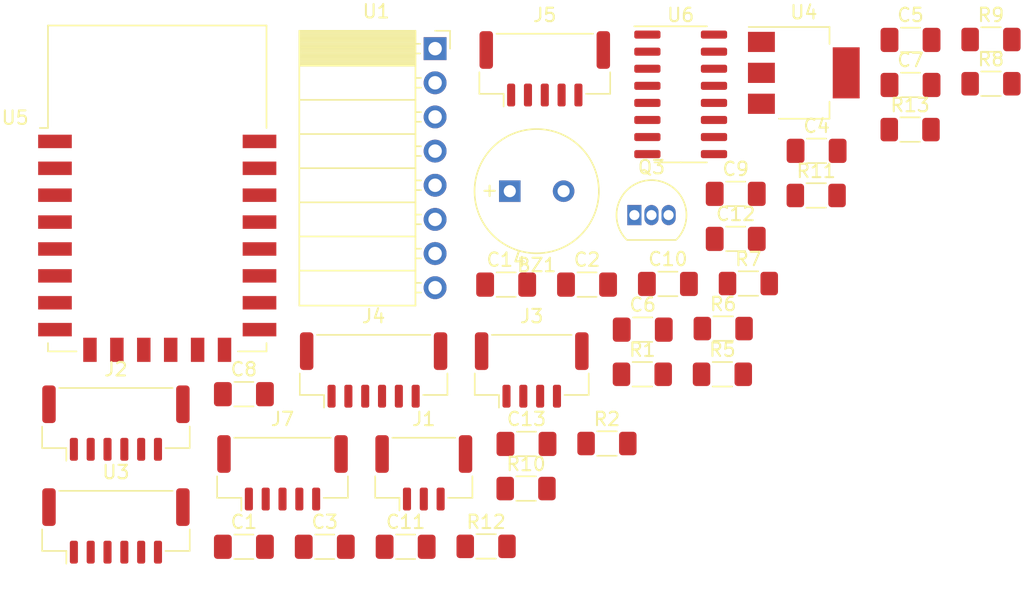
<source format=kicad_pcb>
(kicad_pcb (version 20211014) (generator pcbnew)
  (layers (0 "F.Cu" signal) (31 "B.Cu" signal) (34 "B.Paste" user) (35 "F.Paste" user) (36 "B.SilkS" user "B.Silkscreen") (37 "F.SilkS" user "F.Silkscreen") (38 "B.Mask" user) (39 "F.Mask" user) (44 "Edge.Cuts" user))
  (net 0 "")
  (net 1 "GND")
  (net 2 "+BATT")
  (net 3 "Net-(C2-Pad1)")
  (net 4 "Batt_current")
  (net 5 "+3V3")
  (net 6 "+5V")
  (net 7 "uC_reset")
  (net 8 "Net-(C11-Pad1)")
  (net 9 "Net-(C14-Pad1)")
  (net 10 "pw_sw2")
  (net 11 "NTC")
  (net 12 "uC_boot")
  (net 13 "uC_RX")
  (net 14 "uC_TX")
  (net 15 "SCL")
  (net 16 "SDA")
  (net 17 "pw_sw1")
  (net 18 "D+")
  (net 19 "D-")
  (net 23 "Net-(R6-Pad1)")
  (net 24 "Net-(R11-Pad2)")
  (net 25 "uC_SDIO")
  (net 26 "auto_pwr")
  (net 28 "MISO")
  (net 29 "MOSI")
  (net 30 "SCLK")
  (net 31 "SS1")
  (net 41 "SS")
  (net 42 "INT_BNO")
  (net 43 "Net-(BZ1-Pad2)")
  (net 44 "Net-(Q3-Pad1)")
  (net 45 "Buzzer")
  (footprint "RF_Module:ESP-12E" (layer "F.Cu") (at 89.8 81.23)
    (fp_text reference "U5" (at -10.56 -5.26) (layer "F.SilkS"))
    (fp_text value "ESP-12F")
    (fp_line (start -8.12 12.12) (end -8.12 11.5) (layer "F.SilkS") (width 0.12))
    (fp_line (start 8.12 11.5) (end 8.12 12.12) (layer "F.SilkS") (width 0.12))
    (fp_line (start 8.12 12.12) (end 6 12.12) (layer "F.SilkS") (width 0.12))
    (fp_line (start -6 12.12) (end -8.12 12.12) (layer "F.SilkS") (width 0.12))
    (fp_line (start 8.12 -12.12) (end 8.12 -4.5) (layer "F.SilkS") (width 0.12))
    (fp_line (start -8.12 -12.12) (end 8.12 -12.12) (layer "F.SilkS") (width 0.12))
    (fp_line (start -8.12 -4.5) (end -8.73 -4.5) (layer "F.SilkS") (width 0.12))
    (fp_line (start -8.12 -4.5) (end -8.12 -12.12) (layer "F.SilkS") (width 0.12))
    (pad "1" smd rect (at -7.6 -3.5) (size 2.5 1) (layers "F.Cu" "F.Paste" "F.Mask") (net 7 "uC_reset"))
    (pad "2" smd rect (at -7.6 -1.5) (size 2.5 1) (layers "F.Cu" "F.Paste" "F.Mask") (net 4 "Batt_current"))
    (pad "3" smd rect (at -7.6 0.5) (size 2.5 1) (layers "F.Cu" "F.Paste" "F.Mask") (net 24 "Net-(R11-Pad2)"))
    (pad "4" smd rect (at -7.6 2.5) (size 2.5 1) (layers "F.Cu" "F.Paste" "F.Mask") (net 31 "SS1"))
    (pad "5" smd rect (at -7.6 4.5) (size 2.5 1) (layers "F.Cu" "F.Paste" "F.Mask") (net 45 "Buzzer"))
    (pad "6" smd rect (at -7.6 6.5) (size 2.5 1) (layers "F.Cu" "F.Paste" "F.Mask") (net 26 "auto_pwr"))
    (pad "7" smd rect (at -7.6 8.5) (size 2.5 1) (layers "F.Cu" "F.Paste" "F.Mask") (net 42 "INT_BNO"))
    (pad "8" smd rect (at -7.6 10.5) (size 2.5 1) (layers "F.Cu" "F.Paste" "F.Mask") (net 5 "+3V3"))
    (pad "9" smd rect (at -5 12) (size 1 1.8) (layers "F.Cu" "F.Paste" "F.Mask"))
    (pad "10" smd rect (at -3 12) (size 1 1.8) (layers "F.Cu" "F.Paste" "F.Mask") (net 28 "MISO"))
    (pad "11" smd rect (at -1 12) (size 1 1.8) (layers "F.Cu" "F.Paste" "F.Mask"))
    (pad "12" smd rect (at 1 12) (size 1 1.8) (layers "F.Cu" "F.Paste" "F.Mask") (net 41 "SS"))
    (pad "13" smd rect (at 3 12) (size 1 1.8) (layers "F.Cu" "F.Paste" "F.Mask") (net 29 "MOSI"))
    (pad "14" smd rect (at 5 12) (size 1 1.8) (layers "F.Cu" "F.Paste" "F.Mask") (net 30 "SCLK"))
    (pad "15" smd rect (at 7.6 10.5) (size 2.5 1) (layers "F.Cu" "F.Paste" "F.Mask") (net 1 "GND"))
    (pad "16" smd rect (at 7.6 8.5) (size 2.5 1) (layers "F.Cu" "F.Paste" "F.Mask") (net 25 "uC_SDIO"))
    (pad "17" smd rect (at 7.6 6.5) (size 2.5 1) (layers "F.Cu" "F.Paste" "F.Mask"))
    (pad "18" smd rect (at 7.6 4.5) (size 2.5 1) (layers "F.Cu" "F.Paste" "F.Mask") (net 12 "uC_boot"))
    (pad "19" smd rect (at 7.6 2.5) (size 2.5 1) (layers "F.Cu" "F.Paste" "F.Mask") (net 16 "SDA"))
    (pad "20" smd rect (at 7.6 0.5) (size 2.5 1) (layers "F.Cu" "F.Paste" "F.Mask") (net 15 "SCL"))
    (pad "21" smd rect (at 7.6 -1.5) (size 2.5 1) (layers "F.Cu" "F.Paste" "F.Mask") (net 13 "uC_RX"))
    (pad "22" smd rect (at 7.6 -3.5) (size 2.5 1) (layers "F.Cu" "F.Paste" "F.Mask") (net 14 "uC_TX"))
  )
  (footprint "Capacitor_SMD:C_1206_3216Metric_Pad1.33x1.80mm_HandSolder" (layer "F.Cu") (at 96.24 107.88)
    (fp_text reference "C1" (at 0 -1.85) (layer "F.SilkS"))
    (fp_text value "10uF")
    (fp_line (start -0.711252 0.91) (end 0.711252 0.91) (layer "F.SilkS") (width 0.12))
    (fp_line (start -0.711252 -0.91) (end 0.711252 -0.91) (layer "F.SilkS") (width 0.12))
    (pad "1" smd roundrect (at -1.5625 0) (size 1.325 1.8) (layers "F.Cu" "F.Paste" "F.Mask") (roundrect_rratio 0.188679) (net 2 "+BATT"))
    (pad "2" smd roundrect (at 1.5625 0) (size 1.325 1.8) (layers "F.Cu" "F.Paste" "F.Mask") (roundrect_rratio 0.188679) (net 1 "GND"))
  )
  (footprint "Resistor_SMD:R_1206_3216Metric_Pad1.30x1.75mm_HandSolder" (layer "F.Cu") (at 131.8 95.05)
    (fp_text reference "R5" (at 0 -1.82) (layer "F.SilkS"))
    (fp_text value "0.4R")
    (fp_line (start -0.727064 -0.91) (end 0.727064 -0.91) (layer "F.SilkS") (width 0.12))
    (fp_line (start -0.727064 0.91) (end 0.727064 0.91) (layer "F.SilkS") (width 0.12))
    (pad "1" smd roundrect (at -1.55 0) (size 1.3 1.75) (layers "F.Cu" "F.Paste" "F.Mask") (roundrect_rratio 0.192308) (net 6 "+5V"))
    (pad "2" smd roundrect (at 1.55 0) (size 1.3 1.75) (layers "F.Cu" "F.Paste" "F.Mask") (roundrect_rratio 0.192308) (net 3 "Net-(C2-Pad1)"))
  )
  (footprint "Resistor_SMD:R_1206_3216Metric_Pad1.30x1.75mm_HandSolder" (layer "F.Cu") (at 117.21 103.55)
    (fp_text reference "R10" (at 0 -1.82) (layer "F.SilkS"))
    (fp_text value "10k")
    (fp_line (start -0.727064 -0.91) (end 0.727064 -0.91) (layer "F.SilkS") (width 0.12))
    (fp_line (start -0.727064 0.91) (end 0.727064 0.91) (layer "F.SilkS") (width 0.12))
    (pad "1" smd roundrect (at -1.55 0) (size 1.3 1.75) (layers "F.Cu" "F.Paste" "F.Mask") (roundrect_rratio 0.192308) (net 5 "+3V3"))
    (pad "2" smd roundrect (at 1.55 0) (size 1.3 1.75) (layers "F.Cu" "F.Paste" "F.Mask") (roundrect_rratio 0.192308) (net 12 "uC_boot"))
  )
  (footprint "Capacitor_SMD:C_1206_3216Metric_Pad1.33x1.80mm_HandSolder" (layer "F.Cu") (at 102.25 107.88)
    (fp_text reference "C3" (at 0 -1.85) (layer "F.SilkS"))
    (fp_text value "100nF")
    (fp_line (start -0.711252 -0.91) (end 0.711252 -0.91) (layer "F.SilkS") (width 0.12))
    (fp_line (start -0.711252 0.91) (end 0.711252 0.91) (layer "F.SilkS") (width 0.12))
    (pad "1" smd roundrect (at -1.5625 0) (size 1.325 1.8) (layers "F.Cu" "F.Paste" "F.Mask") (roundrect_rratio 0.188679) (net 4 "Batt_current"))
    (pad "2" smd roundrect (at 1.5625 0) (size 1.325 1.8) (layers "F.Cu" "F.Paste" "F.Mask") (roundrect_rratio 0.188679) (net 1 "GND"))
  )
  (footprint "Resistor_SMD:R_1206_3216Metric_Pad1.30x1.75mm_HandSolder" (layer "F.Cu") (at 125.85 95.05)
    (fp_text reference "R1" (at 0 -1.82) (layer "F.SilkS"))
    (fp_text value "1k")
    (fp_line (start -0.727064 -0.91) (end 0.727064 -0.91) (layer "F.SilkS") (width 0.12))
    (fp_line (start -0.727064 0.91) (end 0.727064 0.91) (layer "F.SilkS") (width 0.12))
    (pad "1" smd roundrect (at -1.55 0) (size 1.3 1.75) (layers "F.Cu" "F.Paste" "F.Mask") (roundrect_rratio 0.192308) (net 44 "Net-(Q3-Pad1)"))
    (pad "2" smd roundrect (at 1.55 0) (size 1.3 1.75) (layers "F.Cu" "F.Paste" "F.Mask") (roundrect_rratio 0.192308) (net 45 "Buzzer"))
  )
  (footprint "Connector_JST:JST_GH_BM06B-GHS-TBT_1x06-1MP_P1.25mm_Vertical" (layer "F.Cu") (at 86.73 106.33)
    (fp_text reference "U3" (at 0 -4) (layer "F.SilkS"))
    (fp_text value "uSD")
    (fp_line (start -3.685 1.86) (end -3.685 2.8) (layer "F.SilkS") (width 0.12))
    (fp_line (start -4.215 -2.61) (end 4.215 -2.61) (layer "F.SilkS") (width 0.12))
    (fp_line (start -5.485 1.86) (end -3.685 1.86) (layer "F.SilkS") (width 0.12))
    (fp_line (start 5.485 0.26) (end 5.485 1.86) (layer "F.SilkS") (width 0.12))
    (fp_line (start 5.485 1.86) (end 3.685 1.86) (layer "F.SilkS") (width 0.12))
    (fp_line (start -5.485 0.26) (end -5.485 1.86) (layer "F.SilkS") (width 0.12))
    (pad "1" smd roundrect (at -3.125 1.95) (size 0.6 1.7) (layers "F.Cu" "F.Paste" "F.Mask") (net 5 "+3V3"))
    (pad "2" smd roundrect (at -1.875 1.95) (size 0.6 1.7) (layers "F.Cu" "F.Paste" "F.Mask") (net 41 "SS"))
    (pad "3" smd roundrect (at -0.625 1.95) (size 0.6 1.7) (layers "F.Cu" "F.Paste" "F.Mask") (net 29 "MOSI"))
    (pad "4" smd roundrect (at 0.625 1.95) (size 0.6 1.7) (layers "F.Cu" "F.Paste" "F.Mask") (net 30 "SCLK"))
    (pad "5" smd roundrect (at 1.875 1.95) (size 0.6 1.7) (layers "F.Cu" "F.Paste" "F.Mask") (net 28 "MISO"))
    (pad "6" smd roundrect (at 3.125 1.95) (size 0.6 1.7) (layers "F.Cu" "F.Paste" "F.Mask") (net 1 "GND"))
    (pad "MP" smd roundrect (at -4.975 -1.4) (size 1 2.8) (layers "F.Cu" "F.Paste" "F.Mask"))
    (pad "MP" smd roundrect (at 4.975 -1.4) (size 1 2.8) (layers "F.Cu" "F.Paste" "F.Mask"))
  )
  (footprint "Capacitor_SMD:C_1206_3216Metric_Pad1.33x1.80mm_HandSolder" (layer "F.Cu") (at 108.26 107.88)
    (fp_text reference "C11" (at 0 -1.85) (layer "F.SilkS"))
    (fp_text value "100nF")
    (fp_line (start -0.711252 -0.91) (end 0.711252 -0.91) (layer "F.SilkS") (width 0.12))
    (fp_line (start -0.711252 0.91) (end 0.711252 0.91) (layer "F.SilkS") (width 0.12))
    (pad "1" smd roundrect (at -1.5625 0) (size 1.325 1.8) (layers "F.Cu" "F.Paste" "F.Mask") (roundrect_rratio 0.188679) (net 8 "Net-(C11-Pad1)"))
    (pad "2" smd roundrect (at 1.5625 0) (size 1.325 1.8) (layers "F.Cu" "F.Paste" "F.Mask") (roundrect_rratio 0.188679) (net 7 "uC_reset"))
  )
  (footprint "Capacitor_SMD:C_1206_3216Metric_Pad1.33x1.80mm_HandSolder" (layer "F.Cu") (at 121.74 88.38)
    (fp_text reference "C2" (at 0 -1.85) (layer "F.SilkS"))
    (fp_text value "10uF")
    (fp_line (start -0.711252 0.91) (end 0.711252 0.91) (layer "F.SilkS") (width 0.12))
    (fp_line (start -0.711252 -0.91) (end 0.711252 -0.91) (layer "F.SilkS") (width 0.12))
    (pad "1" smd roundrect (at -1.5625 0) (size 1.325 1.8) (layers "F.Cu" "F.Paste" "F.Mask") (roundrect_rratio 0.188679) (net 3 "Net-(C2-Pad1)"))
    (pad "2" smd roundrect (at 1.5625 0) (size 1.325 1.8) (layers "F.Cu" "F.Paste" "F.Mask") (roundrect_rratio 0.188679) (net 1 "GND"))
  )
  (footprint "Capacitor_SMD:C_1206_3216Metric_Pad1.33x1.80mm_HandSolder" (layer "F.Cu") (at 96.24 96.53)
    (fp_text reference "C8" (at 0 -1.85) (layer "F.SilkS"))
    (fp_text value "10nF")
    (fp_line (start -0.711252 -0.91) (end 0.711252 -0.91) (layer "F.SilkS") (width 0.12))
    (fp_line (start -0.711252 0.91) (end 0.711252 0.91) (layer "F.SilkS") (width 0.12))
    (pad "1" smd roundrect (at -1.5625 0) (size 1.325 1.8) (layers "F.Cu" "F.Paste" "F.Mask") (roundrect_rratio 0.188679) (net 5 "+3V3"))
    (pad "2" smd roundrect (at 1.5625 0) (size 1.325 1.8) (layers "F.Cu" "F.Paste" "F.Mask") (roundrect_rratio 0.188679) (net 1 "GND"))
  )
  (footprint "Connector_PinSocket_2.54mm:PinSocket_1x08_P2.54mm_Horizontal" (layer "F.Cu") (at 110.45 70.83)
    (fp_text reference "U1" (at -4.38 -2.77) (layer "F.SilkS"))
    (fp_text value "GY-BNO055")
    (fp_line (start 0 -1.33) (end 1.11 -1.33) (layer "F.SilkS") (width 0.12))
    (fp_line (start -10.09 -0.50143) (end -1.46 -0.50143) (layer "F.SilkS") (width 0.12))
    (fp_line (start -10.09 1.27) (end -1.46 1.27) (layer "F.SilkS") (width 0.12))
    (fp_line (start -10.09 -0.619525) (end -1.46 -0.619525) (layer "F.SilkS") (width 0.12))
    (fp_line (start -10.09 -0.73762) (end -1.46 -0.73762) (layer "F.SilkS") (width 0.12))
    (fp_line (start -1.46 7.98) (end -1.05 7.98) (layer "F.SilkS") (width 0.12))
    (fp_line (start -10.09 0.089045) (end -1.46 0.089045) (layer "F.SilkS") (width 0.12))
    (fp_line (start -1.46 13.06) (end -1.05 13.06) (layer "F.SilkS") (width 0.12))
    (fp_line (start -10.09 0.325235) (end -1.46 0.325235) (layer "F.SilkS") (width 0.12))
    (fp_line (start -1.46 5.44) (end -1.05 5.44) (layer "F.SilkS") (width 0.12))
    (fp_line (start -1.46 15.6) (end -1.05 15.6) (layer "F.SilkS") (width 0.12))
    (fp_line (start -1.46 17.42) (end -1.05 17.42) (layer "F.SilkS") (width 0.12))
    (fp_line (start -10.09 0.20714) (end -1.46 0.20714) (layer "F.SilkS") (width 0.12))
    (fp_line (start -10.09 -0.97381) (end -1.46 -0.97381) (layer "F.SilkS") (width 0.12))
    (fp_line (start -10.09 -1.091905) (end -1.46 -1.091905) (layer "F.SilkS") (width 0.12))
    (fp_line (start -1.46 -0.36) (end -1.11 -0.36) (layer "F.SilkS") (width 0.12))
    (fp_line (start -10.09 0.67952) (end -1.46 0.67952) (layer "F.SilkS") (width 0.12))
    (fp_line (start -10.09 19.11) (end -1.46 19.11) (layer "F.SilkS") (width 0.12))
    (fp_line (start -10.09 -1.21) (end -1.46 -1.21) (layer "F.SilkS") (width 0.12))
    (fp_line (start -10.09 16.51) (end -1.46 16.51) (layer "F.SilkS") (width 0.12))
    (fp_line (start -10.09 -0.383335) (end -1.46 -0.383335) (layer "F.SilkS") (width 0.12))
    (fp_line (start -1.46 -1.33) (end -1.46 19.11) (layer "F.SilkS") (width 0.12))
    (fp_line (start -10.09 3.81) (end -1.46 3.81) (layer "F.SilkS") (width 0.12))
    (fp_line (start -10.09 6.35) (end -1.46 6.35) (layer "F.SilkS") (width 0.12))
    (fp_line (start -10.09 0.797615) (end -1.46 0.797615) (layer "F.SilkS") (width 0.12))
    (fp_line (start -10.09 1.033805) (end -1.46 1.033805) (layer "F.SilkS") (width 0.12))
    (fp_line (start -10.09 0.44333) (end -1.46 0.44333) (layer "F.SilkS") (width 0.12))
    (fp_line (start -1.46 9.8) (end -1.05 9.8) (layer "F.SilkS") (width 0.12))
    (fp_line (start -1.46 18.14) (end -1.05 18.14) (layer "F.SilkS") (width 0.12))
    (fp_line (start -1.46 2.18) (end -1.05 2.18) (layer "F.SilkS") (width 0.12))
    (fp_line (start -10.09 11.43) (end -1.46 11.43) (layer "F.SilkS") (width 0.12))
    (fp_line (start -10.09 -0.02905) (end -1.46 -0.02905) (layer "F.SilkS") (width 0.12))
    (fp_line (start -10.09 -1.33) (end -10.09 19.11) (layer "F.SilkS") (width 0.12))
    (fp_line (start -10.09 -0.147145) (end -1.46 -0.147145) (layer "F.SilkS") (width 0.12))
    (fp_line (start -10.09 13.97) (end -1.46 13.97) (layer "F.SilkS") (width 0.12))
    (fp_line (start -1.46 12.34) (end -1.05 12.34) (layer "F.SilkS") (width 0.12))
    (fp_line (start -1.46 7.26) (end -1.05 7.26) (layer "F.SilkS") (width 0.12))
    (fp_line (start -1.46 2.9) (end -1.05 2.9) (layer "F.SilkS") (width 0.12))
    (fp_line (start -10.09 0.561425) (end -1.46 0.561425) (layer "F.SilkS") (width 0.12))
    (fp_line (start -10.09 -0.26524) (end -1.46 -0.26524) (layer "F.SilkS") (width 0.12))
    (fp_line (start -1.46 4.72) (end -1.05 4.72) (layer "F.SilkS") (width 0.12))
    (fp_line (start -10.09 -1.33) (end -1.46 -1.33) (layer "F.SilkS") (width 0.12))
    (fp_line (start -1.46 0.36) (end -1.11 0.36) (layer "F.SilkS") (width 0.12))
    (fp_line (start -10.09 8.89) (end -1.46 8.89) (layer "F.SilkS") (width 0.12))
    (fp_line (start -1.46 14.88) (end -1.05 14.88) (layer "F.SilkS") (width 0.12))
    (fp_line (start -10.09 0.91571) (end -1.46 0.91571) (layer "F.SilkS") (width 0.12))
    (fp_line (start -10.09 1.1519) (end -1.46 1.1519) (layer "F.SilkS") (width 0.12))
    (fp_line (start -10.09 -0.855715) (end -1.46 -0.855715) (layer "F.SilkS") (width 0.12))
    (fp_line (start 1.11 -1.33) (end 1.11 0) (layer "F.SilkS") (width 0.12))
    (fp_line (start -1.46 10.52) (end -1.05 10.52) (layer "F.SilkS") (width 0.12))
    (pad "1" thru_hole rect (at 0 0) (size 1.7 1.7) (drill 1) (layers *.Cu *.Mask) (net 5 "+3V3"))
    (pad "2" thru_hole oval (at 0 2.54) (size 1.7 1.7) (drill 1) (layers *.Cu *.Mask) (net 1 "GND"))
    (pad "3" thru_hole oval (at 0 5.08) (size 1.7 1.7) (drill 1) (layers *.Cu *.Mask) (net 15 "SCL"))
    (pad "4" thru_hole oval (at 0 7.62) (size 1.7 1.7) (drill 1) (layers *.Cu *.Mask) (net 16 "SDA"))
    (pad "5" thru_hole oval (at 0 10.16) (size 1.7 1.7) (drill 1) (layers *.Cu *.Mask))
    (pad "6" thru_hole oval (at 0 12.7) (size 1.7 1.7) (drill 1) (layers *.Cu *.Mask) (net 42 "INT_BNO"))
    (pad "7" thru_hole oval (at 0 15.24) (size 1.7 1.7) (drill 1) (layers *.Cu *.Mask))
    (pad "8" thru_hole oval (at 0 17.78) (size 1.7 1.7) (drill 1) (layers *.Cu *.Mask))
  )
  (footprint "Capacitor_SMD:C_1206_3216Metric_Pad1.33x1.80mm_HandSolder" (layer "F.Cu") (at 117.24 100.23)
    (fp_text reference "C13" (at 0 -1.85) (layer "F.SilkS"))
    (fp_text value "0.1uF")
    (fp_line (start -0.711252 -0.91) (end 0.711252 -0.91) (layer "F.SilkS") (width 0.12))
    (fp_line (start -0.711252 0.91) (end 0.711252 0.91) (layer "F.SilkS") (width 0.12))
    (pad "1" smd roundrect (at -1.5625 0) (size 1.325 1.8) (layers "F.Cu" "F.Paste" "F.Mask") (roundrect_rratio 0.188679) (net 6 "+5V"))
    (pad "2" smd roundrect (at 1.5625 0) (size 1.325 1.8) (layers "F.Cu" "F.Paste" "F.Mask") (roundrect_rratio 0.188679) (net 1 "GND"))
  )
  (footprint "Connector_JST:JST_GH_BM05B-GHS-TBT_1x05-1MP_P1.25mm_Vertical" (layer "F.Cu") (at 118.6 72.33)
    (fp_text reference "J5" (at 0 -4) (layer "F.SilkS"))
    (fp_text value "USB_C")
    (fp_line (start -4.86 0.26) (end -4.86 1.86) (layer "F.SilkS") (width 0.12))
    (fp_line (start 4.86 1.86) (end 3.06 1.86) (layer "F.SilkS") (width 0.12))
    (fp_line (start 4.86 0.26) (end 4.86 1.86) (layer "F.SilkS") (width 0.12))
    (fp_line (start -3.06 1.86) (end -3.06 2.8) (layer "F.SilkS") (width 0.12))
    (fp_line (start -3.59 -2.61) (end 3.59 -2.61) (layer "F.SilkS") (width 0.12))
    (fp_line (start -4.86 1.86) (end -3.06 1.86) (layer "F.SilkS") (width 0.12))
    (pad "1" smd roundrect (at -2.5 1.95) (size 0.6 1.7) (layers "F.Cu" "F.Paste" "F.Mask") (net 6 "+5V"))
    (pad "2" smd roundrect (at -1.25 1.95) (size 0.6 1.7) (layers "F.Cu" "F.Paste" "F.Mask") (net 19 "D-"))
    (pad "3" smd roundrect (at 0 1.95) (size 0.6 1.7) (layers "F.Cu" "F.Paste" "F.Mask") (net 18 "D+"))
    (pad "4" smd roundrect (at 1.25 1.95) (size 0.6 1.7) (layers "F.Cu" "F.Paste" "F.Mask") (net 1 "GND"))
    (pad "5" smd roundrect (at 2.5 1.95) (size 0.6 1.7) (layers "F.Cu" "F.Paste" "F.Mask") (net 1 "GND"))
    (pad "MP" smd roundrect (at -4.35 -1.4) (size 1 2.8) (layers "F.Cu" "F.Paste" "F.Mask"))
    (pad "MP" smd roundrect (at 4.35 -1.4) (size 1 2.8) (layers "F.Cu" "F.Paste" "F.Mask"))
  )
  (footprint "Resistor_SMD:R_1206_3216Metric_Pad1.30x1.75mm_HandSolder" (layer "F.Cu") (at 133.73 88.3)
    (fp_text reference "R7" (at 0 -1.82) (layer "F.SilkS"))
    (fp_text value "1M")
    (fp_line (start -0.727064 0.91) (end 0.727064 0.91) (layer "F.SilkS") (width 0.12))
    (fp_line (start -0.727064 -0.91) (end 0.727064 -0.91) (layer "F.SilkS") (width 0.12))
    (pad "1" smd roundrect (at -1.55 0) (size 1.3 1.75) (layers "F.Cu" "F.Paste" "F.Mask") (roundrect_rratio 0.192308) (net 4 "Batt_current"))
    (pad "2" smd roundrect (at 1.55 0) (size 1.3 1.75) (layers "F.Cu" "F.Paste" "F.Mask") (roundrect_rratio 0.192308) (net 2 "+BATT"))
  )
  (footprint "Capacitor_SMD:C_1206_3216Metric_Pad1.33x1.80mm_HandSolder" (layer "F.Cu") (at 115.73 88.38)
    (fp_text reference "C14" (at 0 -1.85) (layer "F.SilkS"))
    (fp_text value "0.1uF")
    (fp_line (start -0.711252 -0.91) (end 0.711252 -0.91) (layer "F.SilkS") (width 0.12))
    (fp_line (start -0.711252 0.91) (end 0.711252 0.91) (layer "F.SilkS") (width 0.12))
    (pad "1" smd roundrect (at -1.5625 0) (size 1.325 1.8) (layers "F.Cu" "F.Paste" "F.Mask") (roundrect_rratio 0.188679) (net 9 "Net-(C14-Pad1)"))
    (pad "2" smd roundrect (at 1.5625 0) (size 1.325 1.8) (layers "F.Cu" "F.Paste" "F.Mask") (roundrect_rratio 0.188679) (net 1 "GND"))
  )
  (footprint "Capacitor_SMD:C_1206_3216Metric_Pad1.33x1.80mm_HandSolder" (layer "F.Cu") (at 127.75 88.33)
    (fp_text reference "C10" (at 0 -1.85) (layer "F.SilkS"))
    (fp_text value "10uF")
    (fp_line (start -0.711252 -0.91) (end 0.711252 -0.91) (layer "F.SilkS") (width 0.12))
    (fp_line (start -0.711252 0.91) (end 0.711252 0.91) (layer "F.SilkS") (width 0.12))
    (pad "1" smd roundrect (at -1.5625 0) (size 1.325 1.8) (layers "F.Cu" "F.Paste" "F.Mask") (roundrect_rratio 0.188679) (net 6 "+5V"))
    (pad "2" smd roundrect (at 1.5625 0) (size 1.325 1.8) (layers "F.Cu" "F.Paste" "F.Mask") (roundrect_rratio 0.188679) (net 1 "GND"))
  )
  (footprint "Package_SO:SOIC-16_3.9x9.9mm_P1.27mm" (layer "F.Cu") (at 128.7 74.23)
    (fp_text reference "U6" (at 0 -5.9) (layer "F.SilkS"))
    (fp_text value "CH340C")
    (fp_line (start 0 -5.06) (end -3.45 -5.06) (layer "F.SilkS") (width 0.12))
    (fp_line (start 0 -5.06) (end 1.95 -5.06) (layer "F.SilkS") (width 0.12))
    (fp_line (start 0 5.06) (end -1.95 5.06) (layer "F.SilkS") (width 0.12))
    (fp_line (start 0 5.06) (end 1.95 5.06) (layer "F.SilkS") (width 0.12))
    (pad "1" smd roundrect (at -2.475 -4.445) (size 1.95 0.6) (layers "F.Cu" "F.Paste" "F.Mask") (net 1 "GND"))
    (pad "2" smd roundrect (at -2.475 -3.175) (size 1.95 0.6) (layers "F.Cu" "F.Paste" "F.Mask") (net 13 "uC_RX"))
    (pad "3" smd roundrect (at -2.475 -1.905) (size 1.95 0.6) (layers "F.Cu" "F.Paste" "F.Mask") (net 14 "uC_TX"))
    (pad "4" smd roundrect (at -2.475 -0.635) (size 1.95 0.6) (layers "F.Cu" "F.Paste" "F.Mask") (net 9 "Net-(C14-Pad1)"))
    (pad "5" smd roundrect (at -2.475 0.635) (size 1.95 0.6) (layers "F.Cu" "F.Paste" "F.Mask") (net 18 "D+"))
    (pad "6" smd roundrect (at -2.475 1.905) (size 1.95 0.6) (layers "F.Cu" "F.Paste" "F.Mask") (net 19 "D-"))
    (pad "7" smd roundrect (at -2.475 3.175) (size 1.95 0.6) (layers "F.Cu" "F.Paste" "F.Mask"))
    (pad "8" smd roundrect (at -2.475 4.445) (size 1.95 0.6) (layers "F.Cu" "F.Paste" "F.Mask"))
    (pad "9" smd roundrect (at 2.475 4.445) (size 1.95 0.6) (layers "F.Cu" "F.Paste" "F.Mask"))
    (pad "10" smd roundrect (at 2.475 3.175) (size 1.95 0.6) (layers "F.Cu" "F.Paste" "F.Mask"))
    (pad "11" smd roundrect (at 2.475 1.905) (size 1.95 0.6) (layers "F.Cu" "F.Paste" "F.Mask"))
    (pad "12" smd roundrect (at 2.475 0.635) (size 1.95 0.6) (layers "F.Cu" "F.Paste" "F.Mask"))
    (pad "13" smd roundrect (at 2.475 -0.635) (size 1.95 0.6) (layers "F.Cu" "F.Paste" "F.Mask") (net 12 "uC_boot"))
    (pad "14" smd roundrect (at 2.475 -1.905) (size 1.95 0.6) (layers "F.Cu" "F.Paste" "F.Mask") (net 8 "Net-(C11-Pad1)"))
    (pad "15" smd roundrect (at 2.475 -3.175) (size 1.95 0.6) (layers "F.Cu" "F.Paste" "F.Mask"))
    (pad "16" smd roundrect (at 2.475 -4.445) (size 1.95 0.6) (layers "F.Cu" "F.Paste" "F.Mask") (net 6 "+5V"))
  )
  (footprint "Capacitor_SMD:C_1206_3216Metric_Pad1.33x1.80mm_HandSolder" (layer "F.Cu") (at 138.8 78.43)
    (fp_text reference "C4" (at 0 -1.85) (layer "F.SilkS"))
    (fp_text value "10uF")
    (fp_line (start -0.711252 0.91) (end 0.711252 0.91) (layer "F.SilkS") (width 0.12))
    (fp_line (start -0.711252 -0.91) (end 0.711252 -0.91) (layer "F.SilkS") (width 0.12))
    (pad "1" smd roundrect (at -1.5625 0) (size 1.325 1.8) (layers "F.Cu" "F.Paste" "F.Mask") (roundrect_rratio 0.188679) (net 2 "+BATT"))
    (pad "2" smd roundrect (at 1.5625 0) (size 1.325 1.8) (layers "F.Cu" "F.Paste" "F.Mask") (roundrect_rratio 0.188679) (net 1 "GND"))
  )
  (footprint "Capacitor_SMD:C_1206_3216Metric_Pad1.33x1.80mm_HandSolder" (layer "F.Cu") (at 145.78 70.18)
    (fp_text reference "C5" (at 0 -1.85) (layer "F.SilkS"))
    (fp_text value "1uF")
    (fp_line (start -0.711252 -0.91) (end 0.711252 -0.91) (layer "F.SilkS") (width 0.12))
    (fp_line (start -0.711252 0.91) (end 0.711252 0.91) (layer "F.SilkS") (width 0.12))
    (pad "1" smd roundrect (at -1.5625 0) (size 1.325 1.8) (layers "F.Cu" "F.Paste" "F.Mask") (roundrect_rratio 0.188679) (net 2 "+BATT"))
    (pad "2" smd roundrect (at 1.5625 0) (size 1.325 1.8) (layers "F.Cu" "F.Paste" "F.Mask") (roundrect_rratio 0.188679) (net 1 "GND"))
  )
  (footprint "Connector_JST:JST_GH_BM05B-GHS-TBT_1x05-1MP_P1.25mm_Vertical" (layer "F.Cu") (at 99.11 102.38)
    (fp_text reference "J7" (at 0 -4) (layer "F.SilkS"))
    (fp_text value "RTC")
    (fp_line (start 4.86 0.26) (end 4.86 1.86) (layer "F.SilkS") (width 0.12))
    (fp_line (start -4.86 1.86) (end -3.06 1.86) (layer "F.SilkS") (width 0.12))
    (fp_line (start -4.86 0.26) (end -4.86 1.86) (layer "F.SilkS") (width 0.12))
    (fp_line (start -3.06 1.86) (end -3.06 2.8) (layer "F.SilkS") (width 0.12))
    (fp_line (start 4.86 1.86) (end 3.06 1.86) (layer "F.SilkS") (width 0.12))
    (fp_line (start -3.59 -2.61) (end 3.59 -2.61) (layer "F.SilkS") (width 0.12))
    (pad "1" smd roundrect (at -2.5 1.95) (size 0.6 1.7) (layers "F.Cu" "F.Paste" "F.Mask") (net 5 "+3V3"))
    (pad "2" smd roundrect (at -1.25 1.95) (size 0.6 1.7) (layers "F.Cu" "F.Paste" "F.Mask") (net 2 "+BATT"))
    (pad "3" smd roundrect (at 0 1.95) (size 0.6 1.7) (layers "F.Cu" "F.Paste" "F.Mask") (net 16 "SDA"))
    (pad "4" smd roundrect (at 1.25 1.95) (size 0.6 1.7) (layers "F.Cu" "F.Paste" "F.Mask") (net 15 "SCL"))
    (pad "5" smd roundrect (at 2.5 1.95) (size 0.6 1.7) (layers "F.Cu" "F.Paste" "F.Mask") (net 1 "GND"))
    (pad "MP" smd roundrect (at 4.35 -1.4) (size 1 2.8) (layers "F.Cu" "F.Paste" "F.Mask"))
    (pad "MP" smd roundrect (at -4.35 -1.4) (size 1 2.8) (layers "F.Cu" "F.Paste" "F.Mask"))
  )
  (footprint "Resistor_SMD:R_1206_3216Metric_Pad1.30x1.75mm_HandSolder" (layer "F.Cu") (at 151.76 73.44)
    (fp_text reference "R8" (at 0 -1.82) (layer "F.SilkS"))
    (fp_text value "100K")
    (fp_line (start -0.727064 -0.91) (end 0.727064 -0.91) (layer "F.SilkS") (width 0.12))
    (fp_line (start -0.727064 0.91) (end 0.727064 0.91) (layer "F.SilkS") (width 0.12))
    (pad "1" smd roundrect (at -1.55 0) (size 1.3 1.75) (layers "F.Cu" "F.Paste" "F.Mask") (roundrect_rratio 0.192308) (net 1 "GND"))
    (pad "2" smd roundrect (at 1.55 0) (size 1.3 1.75) (layers "F.Cu" "F.Paste" "F.Mask") (roundrect_rratio 0.192308) (net 4 "Batt_current"))
  )
  (footprint "Resistor_SMD:R_1206_3216Metric_Pad1.30x1.75mm_HandSolder" (layer "F.Cu") (at 131.86 91.65)
    (fp_text reference "R6" (at 0 -1.82) (layer "F.SilkS"))
    (fp_text value "1.2k")
    (fp_line (start -0.727064 0.91) (end 0.727064 0.91) (layer "F.SilkS") (width 0.12))
    (fp_line (start -0.727064 -0.91) (end 0.727064 -0.91) (layer "F.SilkS") (width 0.12))
    (pad "1" smd roundrect (at -1.55 0) (size 1.3 1.75) (layers "F.Cu" "F.Paste" "F.Mask") (roundrect_rratio 0.192308) (net 23 "Net-(R6-Pad1)"))
    (pad "2" smd roundrect (at 1.55 0) (size 1.3 1.75) (layers "F.Cu" "F.Paste" "F.Mask") (roundrect_rratio 0.192308) (net 1 "GND"))
  )
  (footprint "Package_TO_SOT_SMD:SOT-223-3_TabPin2" (layer "F.Cu") (at 137.85 72.63)
    (fp_text reference "U4" (at 0 -4.5) (layer "F.SilkS"))
    (fp_text value "AMS1117-3.3")
    (fp_line (start -4.1 -3.41) (end 1.91 -3.41) (layer "F.SilkS") (width 0.12))
    (fp_line (start -1.85 3.41) (end 1.91 3.41) (layer "F.SilkS") (width 0.12))
    (fp_line (start 1.91 -3.41) (end 1.91 -2.15) (layer "F.SilkS") (width 0.12))
    (fp_line (start 1.91 3.41) (end 1.91 2.15) (layer "F.SilkS") (width 0.12))
    (pad "1" smd rect (at -3.15 -2.3) (size 2 1.5) (layers "F.Cu" "F.Paste" "F.Mask") (net 1 "GND"))
    (pad "2" smd rect (at -3.15 0) (size 2 1.5) (layers "F.Cu" "F.Paste" "F.Mask") (net 5 "+3V3"))
    (pad "2" smd rect (at 3.15 0) (size 2 3.8) (layers "F.Cu" "F.Paste" "F.Mask") (net 5 "+3V3"))
    (pad "3" smd rect (at -3.15 2.3) (size 2 1.5) (layers "F.Cu" "F.Paste" "F.Mask") (net 2 "+BATT"))
  )
  (footprint "Connector_JST:JST_GH_BM06B-GHS-TBT_1x06-1MP_P1.25mm_Vertical" (layer "F.Cu") (at 105.88 94.73)
    (fp_text reference "J4" (at 0 -4) (layer "F.SilkS"))
    (fp_text value "panel")
    (fp_line (start 5.485 0.26) (end 5.485 1.86) (layer "F.SilkS") (width 0.12))
    (fp_line (start -3.685 1.86) (end -3.685 2.8) (layer "F.SilkS") (width 0.12))
    (fp_line (start -5.485 1.86) (end -3.685 1.86) (layer "F.SilkS") (width 0.12))
    (fp_line (start 5.485 1.86) (end 3.685 1.86) (layer "F.SilkS") (width 0.12))
    (fp_line (start -5.485 0.26) (end -5.485 1.86) (layer "F.SilkS") (width 0.12))
    (fp_line (start -4.215 -2.61) (end 4.215 -2.61) (layer "F.SilkS") (width 0.12))
    (pad "1" smd roundrect (at -3.125 1.95) (size 0.6 1.7) (layers "F.Cu" "F.Paste" "F.Mask") (net 5 "+3V3"))
    (pad "2" smd roundrect (at -1.875 1.95) (size 0.6 1.7) (layers "F.Cu" "F.Paste" "F.Mask") (net 17 "pw_sw1"))
    (pad "3" smd roundrect (at -0.625 1.95) (size 0.6 1.7) (layers "F.Cu" "F.Paste" "F.Mask") (net 10 "pw_sw2"))
    (pad "4" smd roundrect (at 0.625 1.95) (size 0.6 1.7) (layers "F.Cu" "F.Paste" "F.Mask") (net 16 "SDA"))
    (pad "5" smd roundrect (at 1.875 1.95) (size 0.6 1.7) (layers "F.Cu" "F.Paste" "F.Mask") (net 15 "SCL"))
    (pad "6" smd roundrect (at 3.125 1.95) (size 0.6 1.7) (layers "F.Cu" "F.Paste" "F.Mask") (net 1 "GND"))
    (pad "MP" smd roundrect (at -4.975 -1.4) (size 1 2.8) (layers "F.Cu" "F.Paste" "F.Mask"))
    (pad "MP" smd roundrect (at 4.975 -1.4) (size 1 2.8) (layers "F.Cu" "F.Paste" "F.Mask"))
  )
  (footprint "Connector_JST:JST_GH_BM06B-GHS-TBT_1x06-1MP_P1.25mm_Vertical" (layer "F.Cu") (at 86.73 98.68)
    (fp_text reference "J2" (at 0 -4) (layer "F.SilkS"))
    (fp_text value "uC_TTL")
    (fp_line (start 5.485 1.86) (end 3.685 1.86) (layer "F.SilkS") (width 0.12))
    (fp_line (start -3.685 1.86) (end -3.685 2.8) (layer "F.SilkS") (width 0.12))
    (fp_line (start -5.485 1.86) (end -3.685 1.86) (layer "F.SilkS") (width 0.12))
    (fp_line (start 5.485 0.26) (end 5.485 1.86) (layer "F.SilkS") (width 0.12))
    (fp_line (start -5.485 0.26) (end -5.485 1.86) (layer "F.SilkS") (width 0.12))
    (fp_line (start -4.215 -2.61) (end 4.215 -2.61) (layer "F.SilkS") (width 0.12))
    (pad "1" smd roundrect (at -3.125 1.95) (size 0.6 1.7) (layers "F.Cu" "F.Paste" "F.Mask") (net 5 "+3V3"))
    (pad "2" smd roundrect (at -1.875 1.95) (size 0.6 1.7) (layers "F.Cu" "F.Paste" "F.Mask") (net 14 "uC_TX"))
    (pad "3" smd roundrect (at -0.625 1.95) (size 0.6 1.7) (layers "F.Cu" "F.Paste" "F.Mask") (net 13 "uC_RX"))
    (pad "4" smd roundrect (at 0.625 1.95) (size 0.6 1.7) (layers "F.Cu" "F.Paste" "F.Mask") (net 12 "uC_boot"))
    (pad "5" smd roundrect (at 1.875 1.95) (size 0.6 1.7) (layers "F.Cu" "F.Paste" "F.Mask") (net 7 "uC_reset"))
    (pad "6" smd roundrect (at 3.125 1.95) (size 0.6 1.7) (layers "F.Cu" "F.Paste" "F.Mask") (net 1 "GND"))
    (pad "MP" smd roundrect (at 4.975 -1.4) (size 1 2.8) (layers "F.Cu" "F.Paste" "F.Mask"))
    (pad "MP" smd roundrect (at -4.975 -1.4) (size 1 2.8) (layers "F.Cu" "F.Paste" "F.Mask"))
  )
  (footprint "Resistor_SMD:R_1206_3216Metric_Pad1.30x1.75mm_HandSolder" (layer "F.Cu") (at 138.77 81.75)
    (fp_text reference "R11" (at 0 -1.82) (layer "F.SilkS"))
    (fp_text value "10K")
    (fp_line (start -0.727064 -0.91) (end 0.727064 -0.91) (layer "F.SilkS") (width 0.12))
    (fp_line (start -0.727064 0.91) (end 0.727064 0.91) (layer "F.SilkS") (width 0.12))
    (pad "1" smd roundrect (at -1.55 0) (size 1.3 1.75) (layers "F.Cu" "F.Paste" "F.Mask") (roundrect_rratio 0.192308) (net 5 "+3V3"))
    (pad "2" smd roundrect (at 1.55 0) (size 1.3 1.75) (layers "F.Cu" "F.Paste" "F.Mask") (roundrect_rratio 0.192308) (net 24 "Net-(R11-Pad2)"))
  )
  (footprint "Capacitor_SMD:C_1206_3216Metric_Pad1.33x1.80mm_HandSolder" (layer "F.Cu") (at 132.79 84.98)
    (fp_text reference "C12" (at 0 -1.85) (layer "F.SilkS"))
    (fp_text value "0.1uF")
    (fp_line (start -0.711252 -0.91) (end 0.711252 -0.91) (layer "F.SilkS") (width 0.12))
    (fp_line (start -0.711252 0.91) (end 0.711252 0.91) (layer "F.SilkS") (width 0.12))
    (pad "1" smd roundrect (at -1.5625 0) (size 1.325 1.8) (layers "F.Cu" "F.Paste" "F.Mask") (roundrect_rratio 0.188679) (net 6 "+5V"))
    (pad "2" smd roundrect (at 1.5625 0) (size 1.325 1.8) (layers "F.Cu" "F.Paste" "F.Mask") (roundrect_rratio 0.188679) (net 1 "GND"))
  )
  (footprint "Capacitor_SMD:C_1206_3216Metric_Pad1.33x1.80mm_HandSolder" (layer "F.Cu") (at 145.78 73.53)
    (fp_text reference "C7" (at 0 -1.85) (layer "F.SilkS"))
    (fp_text value "10uF")
    (fp_line (start -0.711252 0.91) (end 0.711252 0.91) (layer "F.SilkS") (width 0.12))
    (fp_line (start -0.711252 -0.91) (end 0.711252 -0.91) (layer "F.SilkS") (width 0.12))
    (pad "1" smd roundrect (at -1.5625 0) (size 1.325 1.8) (layers "F.Cu" "F.Paste" "F.Mask") (roundrect_rratio 0.188679) (net 5 "+3V3"))
    (pad "2" smd roundrect (at 1.5625 0) (size 1.325 1.8) (layers "F.Cu" "F.Paste" "F.Mask") (roundrect_rratio 0.188679) (net 1 "GND"))
  )
  (footprint "Connector_JST:JST_GH_BM03B-GHS-TBT_1x03-1MP_P1.25mm_Vertical" (layer "F.Cu") (at 109.61 102.38)
    (fp_text reference "J1" (at 0 -4) (layer "F.SilkS"))
    (fp_text value "Batt")
    (fp_line (start -2.34 -2.61) (end 2.34 -2.61) (layer "F.SilkS") (width 0.12))
    (fp_line (start -3.61 0.26) (end -3.61 1.86) (layer "F.SilkS") (width 0.12))
    (fp_line (start 3.61 0.26) (end 3.61 1.86) (layer "F.SilkS") (width 0.12))
    (fp_line (start -3.61 1.86) (end -1.81 1.86) (layer "F.SilkS") (width 0.12))
    (fp_line (start 3.61 1.86) (end 1.81 1.86) (layer "F.SilkS") (width 0.12))
    (fp_line (start -1.81 1.86) (end -1.81 2.8) (layer "F.SilkS") (width 0.12))
    (pad "1" smd roundrect (at -1.25 1.95) (size 0.6 1.7) (layers "F.Cu" "F.Paste" "F.Mask") (net 1 "GND"))
    (pad "2" smd roundrect (at 0 1.95) (size 0.6 1.7) (layers "F.Cu" "F.Paste" "F.Mask") (net 2 "+BATT"))
    (pad "3" smd roundrect (at 1.25 1.95) (size 0.6 1.7) (layers "F.Cu" "F.Paste" "F.Mask") (net 11 "NTC"))
    (pad "MP" smd roundrect (at 3.1 -1.4) (size 1 2.8) (layers "F.Cu" "F.Paste" "F.Mask"))
    (pad "MP" smd roundrect (at -3.1 -1.4) (size 1 2.8) (layers "F.Cu" "F.Paste" "F.Mask"))
  )
  (footprint "Resistor_SMD:R_1206_3216Metric_Pad1.30x1.75mm_HandSolder" (layer "F.Cu") (at 123.22 100.2)
    (fp_text reference "R2" (at 0 -1.82) (layer "F.SilkS"))
    (fp_text value "100k")
    (fp_line (start -0.727064 0.91) (end 0.727064 0.91) (layer "F.SilkS") (width 0.12))
    (fp_line (start -0.727064 -0.91) (end 0.727064 -0.91) (layer "F.SilkS") (width 0.12))
    (pad "1" smd roundrect (at -1.55 0) (size 1.3 1.75) (layers "F.Cu" "F.Paste" "F.Mask") (roundrect_rratio 0.192308) (net 44 "Net-(Q3-Pad1)"))
    (pad "2" smd roundrect (at 1.55 0) (size 1.3 1.75) (layers "F.Cu" "F.Paste" "F.Mask") (roundrect_rratio 0.192308) (net 1 "GND"))
  )
  (footprint "Capacitor_SMD:C_1206_3216Metric_Pad1.33x1.80mm_HandSolder" (layer "F.Cu") (at 125.88 91.73)
    (fp_text reference "C6" (at 0 -1.85) (layer "F.SilkS"))
    (fp_text value "1uF")
    (fp_line (start -0.711252 -0.91) (end 0.711252 -0.91) (layer "F.SilkS") (width 0.12))
    (fp_line (start -0.711252 0.91) (end 0.711252 0.91) (layer "F.SilkS") (width 0.12))
    (pad "1" smd roundrect (at -1.5625 0) (size 1.325 1.8) (layers "F.Cu" "F.Paste" "F.Mask") (roundrect_rratio 0.188679) (net 5 "+3V3"))
    (pad "2" smd roundrect (at 1.5625 0) (size 1.325 1.8) (layers "F.Cu" "F.Paste" "F.Mask") (roundrect_rratio 0.188679) (net 1 "GND"))
  )
  (footprint "Capacitor_SMD:C_1206_3216Metric_Pad1.33x1.80mm_HandSolder" (layer "F.Cu") (at 132.79 81.63)
    (fp_text reference "C9" (at 0 -1.85) (layer "F.SilkS"))
    (fp_text value "100nF")
    (fp_line (start -0.711252 0.91) (end 0.711252 0.91) (layer "F.SilkS") (width 0.12))
    (fp_line (start -0.711252 -0.91) (end 0.711252 -0.91) (layer "F.SilkS") (width 0.12))
    (pad "1" smd roundrect (at -1.5625 0) (size 1.325 1.8) (layers "F.Cu" "F.Paste" "F.Mask") (roundrect_rratio 0.188679) (net 5 "+3V3"))
    (pad "2" smd roundrect (at 1.5625 0) (size 1.325 1.8) (layers "F.Cu" "F.Paste" "F.Mask") (roundrect_rratio 0.188679) (net 1 "GND"))
  )
  (footprint "Resistor_SMD:R_1206_3216Metric_Pad1.30x1.75mm_HandSolder" (layer "F.Cu") (at 114.24 107.85)
    (fp_text reference "R12" (at 0 -1.82) (layer "F.SilkS"))
    (fp_text value "10k")
    (fp_line (start -0.727064 -0.91) (end 0.727064 -0.91) (layer "F.SilkS") (width 0.12))
    (fp_line (start -0.727064 0.91) (end 0.727064 0.91) (layer "F.SilkS") (width 0.12))
    (pad "1" smd roundrect (at -1.55 0) (size 1.3 1.75) (layers "F.Cu" "F.Paste" "F.Mask") (roundrect_rratio 0.192308) (net 5 "+3V3"))
    (pad "2" smd roundrect (at 1.55 0) (size 1.3 1.75) (layers "F.Cu" "F.Paste" "F.Mask") (roundrect_rratio 0.192308) (net 7 "uC_reset"))
  )
  (footprint "Connector_JST:JST_GH_BM04B-GHS-TBT_1x04-1MP_P1.25mm_Vertical" (layer "F.Cu") (at 117.63 94.73)
    (fp_text reference "J3" (at 0 -4) (layer "F.SilkS"))
    (fp_text value "I2C")
    (fp_line (start -4.235 0.26) (end -4.235 1.86) (layer "F.SilkS") (width 0.12))
    (fp_line (start -2.435 1.86) (end -2.435 2.8) (layer "F.SilkS") (width 0.12))
    (fp_line (start 4.235 1.86) (end 2.435 1.86) (layer "F.SilkS") (width 0.12))
    (fp_line (start 4.235 0.26) (end 4.235 1.86) (layer "F.SilkS") (width 0.12))
    (fp_line (start -4.235 1.86) (end -2.435 1.86) (layer "F.SilkS") (width 0.12))
    (fp_line (start -2.965 -2.61) (end 2.965 -2.61) (layer "F.SilkS") (width 0.12))
    (pad "1" smd roundrect (at -1.875 1.95) (size 0.6 1.7) (layers "F.Cu" "F.Paste" "F.Mask") (net 5 "+3V3"))
    (pad "2" smd roundrect (at -0.625 1.95) (size 0.6 1.7) (layers "F.Cu" "F.Paste" "F.Mask") (net 16 "SDA"))
    (pad "3" smd roundrect (at 0.625 1.95) (size 0.6 1.7) (layers "F.Cu" "F.Paste" "F.Mask") (net 15 "SCL"))
    (pad "4" smd roundrect (at 1.875 1.95) (size 0.6 1.7) (layers "F.Cu" "F.Paste" "F.Mask") (net 1 "GND"))
    (pad "MP" smd roundrect (at -3.725 -1.4) (size 1 2.8) (layers "F.Cu" "F.Paste" "F.Mask"))
    (pad "MP" smd roundrect (at 3.725 -1.4) (size 1 2.8) (layers "F.Cu" "F.Paste" "F.Mask"))
  )
  (footprint "Resistor_SMD:R_1206_3216Metric_Pad1.30x1.75mm_HandSolder" (layer "F.Cu") (at 151.76 70.15)
    (fp_text reference "R9" (at 0 -1.82) (layer "F.SilkS"))
    (fp_text value "0R")
    (fp_line (start -0.727064 0.91) (end 0.727064 0.91) (layer "F.SilkS") (width 0.12))
    (fp_line (start -0.727064 -0.91) (end 0.727064 -0.91) (layer "F.SilkS") (width 0.12))
    (pad "1" smd roundrect (at -1.55 0) (size 1.3 1.75) (layers "F.Cu" "F.Paste" "F.Mask") (roundrect_rratio 0.192308) (net 11 "NTC"))
    (pad "2" smd roundrect (at 1.55 0) (size 1.3 1.75) (layers "F.Cu" "F.Paste" "F.Mask") (roundrect_rratio 0.192308) (net 1 "GND"))
  )
  (footprint "Buzzer_Beeper:MagneticBuzzer_PUI_AT-0927-TT-6-R" (layer "F.Cu") (at 116 81.43)
    (fp_text reference "BZ1" (at 2 5.5) (layer "F.SilkS"))
    (fp_text value "Buzzer")
    (fp_text user "+" (at -1.5 -0.1) (layer "F.SilkS"))
    (fp_circle (center 2 0) (end 6.62 0) (layer "F.SilkS") (width 0.12) (fill none))
    (pad "1" thru_hole rect (at 0 0) (size 1.6 1.6) (drill 0.9) (layers *.Cu *.Mask) (net 5 "+3V3"))
    (pad "2" thru_hole circle (at 4 0) (size 1.6 1.6) (drill 0.9) (layers *.Cu *.Mask) (net 43 "Net-(BZ1-Pad2)"))
  )
  (footprint "Package_TO_SOT_THT:TO-92_Inline" (layer "F.Cu") (at 125.26 83.21)
    (fp_text reference "Q3" (at 1.27 -3.56) (layer "F.SilkS"))
    (fp_text value "2N3904")
    (fp_line (start -0.53 1.85) (end 3.07 1.85) (layer "F.SilkS") (width 0.12))
    (fp_arc (start 1.27 -2.6) (mid 3.672087 -0.994977) (end 3.108478 1.838478) (layer "F.SilkS") (width 0.12))
    (fp_arc (start -0.568478 1.838478) (mid -1.132087 -0.994977) (end 1.27 -2.6) (layer "F.SilkS") (width 0.12))
    (pad "1" thru_hole rect (at 0 0) (size 1.05 1.5) (drill 0.75) (layers *.Cu *.Mask) (net 44 "Net-(Q3-Pad1)"))
    (pad "2" thru_hole oval (at 1.27 0) (size 1.05 1.5) (drill 0.75) (layers *.Cu *.Mask) (net 43 "Net-(BZ1-Pad2)"))
    (pad "3" thru_hole oval (at 2.54 0) (size 1.05 1.5) (drill 0.75) (layers *.Cu *.Mask) (net 1 "GND"))
  )
  (footprint "Resistor_SMD:R_1206_3216Metric_Pad1.30x1.75mm_HandSolder" (layer "F.Cu") (at 145.75 76.85)
    (fp_text reference "R13" (at 0 -1.82) (layer "F.SilkS"))
    (fp_text value "10k")
    (fp_line (start -0.727064 0.91) (end 0.727064 0.91) (layer "F.SilkS") (width 0.12))
    (fp_line (start -0.727064 -0.91) (end 0.727064 -0.91) (layer "F.SilkS") (width 0.12))
    (pad "1" smd roundrect (at -1.55 0) (size 1.3 1.75) (layers "F.Cu" "F.Paste" "F.Mask") (roundrect_rratio 0.192308) (net 1 "GND"))
    (pad "2" smd roundrect (at 1.55 0) (size 1.3 1.75) (layers "F.Cu" "F.Paste" "F.Mask") (roundrect_rratio 0.192308) (net 25 "uC_SDIO"))
  )
)
</source>
